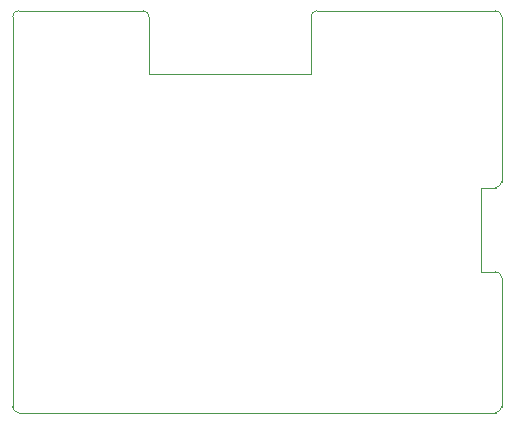
<source format=gbr>
%TF.GenerationSoftware,KiCad,Pcbnew,(6.0.2)*%
%TF.CreationDate,2022-10-12T05:29:00-04:00*%
%TF.ProjectId,ferrous_slime,66657272-6f75-4735-9f73-6c696d652e6b,v0.3.0*%
%TF.SameCoordinates,Original*%
%TF.FileFunction,Profile,NP*%
%FSLAX46Y46*%
G04 Gerber Fmt 4.6, Leading zero omitted, Abs format (unit mm)*
G04 Created by KiCad (PCBNEW (6.0.2)) date 2022-10-12 05:29:00*
%MOMM*%
%LPD*%
G01*
G04 APERTURE LIST*
%TA.AperFunction,Profile*%
%ADD10C,0.050000*%
%TD*%
G04 APERTURE END LIST*
D10*
X97155000Y-30353000D02*
G75*
G03*
X96647000Y-29845000I-508001J-1D01*
G01*
X95377000Y-51943000D02*
X96647000Y-51943000D01*
X55753000Y-63373000D02*
X55753000Y-30353000D01*
X97155000Y-30353000D02*
X97155000Y-44323000D01*
X97155000Y-52451000D02*
G75*
G03*
X96647000Y-51943000I-508001J-1D01*
G01*
X97155000Y-52451000D02*
X97155000Y-63373000D01*
X96647000Y-63881000D02*
X56261000Y-63881000D01*
X96647000Y-44831000D02*
G75*
G03*
X97155000Y-44323000I-1J508001D01*
G01*
X56261000Y-29845000D02*
G75*
G03*
X55753000Y-30353000I1J-508001D01*
G01*
X81534000Y-29845000D02*
G75*
G03*
X81026000Y-30353000I1J-508001D01*
G01*
X56261000Y-29845000D02*
X66802000Y-29845000D01*
X95377000Y-44831000D02*
X95377000Y-51943000D01*
X67310000Y-30353000D02*
G75*
G03*
X66802000Y-29845000I-508001J-1D01*
G01*
X81534000Y-29845000D02*
X96647000Y-29845000D01*
X96647000Y-63881000D02*
G75*
G03*
X97155000Y-63373000I-1J508001D01*
G01*
X96647000Y-44831000D02*
X95377000Y-44831000D01*
X81026000Y-35232010D02*
X81026000Y-30353000D01*
X55753000Y-63373000D02*
G75*
G03*
X56261000Y-63881000I508001J1D01*
G01*
X67310000Y-30353000D02*
X67310000Y-35232010D01*
X67310000Y-35232010D02*
X81026000Y-35232010D01*
M02*

</source>
